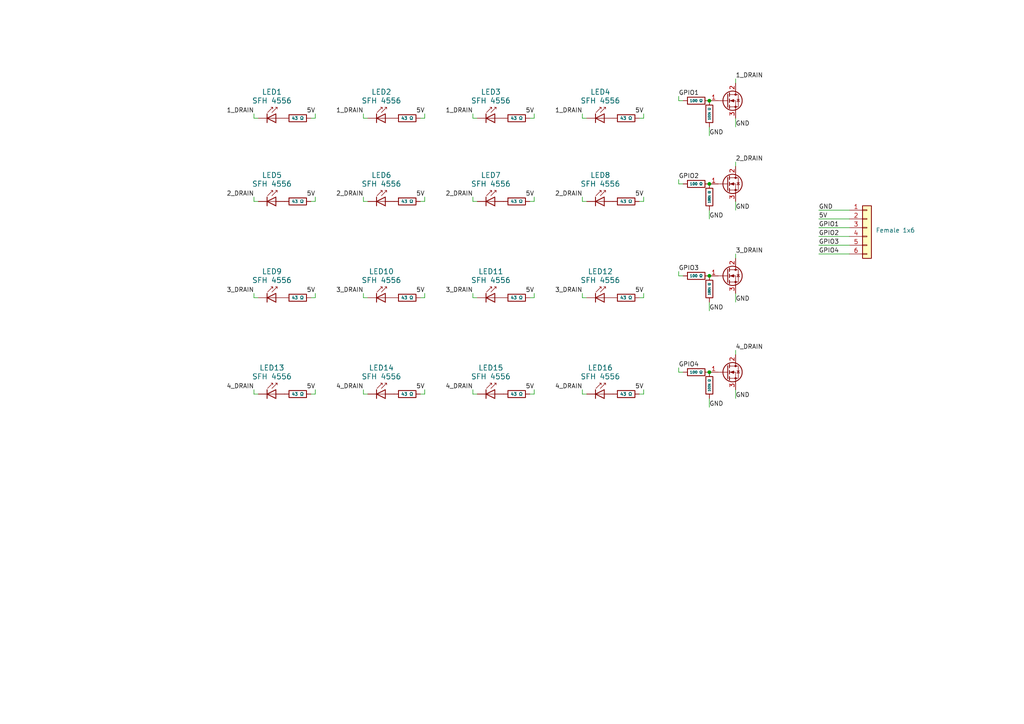
<source format=kicad_sch>
(kicad_sch (version 20250114) (generator "eeschema") (generator_version "9.0")
  (paper "A4")
  (lib_symbols
    (symbol "Connector_Generic:Conn_01x06" (pin_names (offset 1.016) (hide yes))
      (property "Reference" "J" (at 0 7.62 0))
      (property "Value" "Conn_01x06" (at 0 -10.16 0))
      (symbol "Conn_01x06_1_1"
        (rectangle (start -1.27 6.35) (end 1.27 -8.89) (stroke (width 0.254)) (fill (type background)))
        (rectangle (start -1.27 5.207) (end 0 4.953) (stroke (width 0.1524)))
        (rectangle (start -1.27 2.667) (end 0 2.413) (stroke (width 0.1524)))
        (rectangle (start -1.27 0.127) (end 0 -0.127) (stroke (width 0.1524)))
        (rectangle (start -1.27 -2.413) (end 0 -2.667) (stroke (width 0.1524)))
        (rectangle (start -1.27 -4.953) (end 0 -5.207) (stroke (width 0.1524)))
        (rectangle (start -1.27 -7.493) (end 0 -7.747) (stroke (width 0.1524)))
        (pin passive line (at -5.08 5.08 0) (length 3.81) (name "Pin_1") (number "1"))
        (pin passive line (at -5.08 2.54 0) (length 3.81) (name "Pin_2") (number "2"))
        (pin passive line (at -5.08 0 0) (length 3.81) (name "Pin_3") (number "3"))
        (pin passive line (at -5.08 -2.54 0) (length 3.81) (name "Pin_4") (number "4"))
        (pin passive line (at -5.08 -5.08 0) (length 3.81) (name "Pin_5") (number "5"))
        (pin passive line (at -5.08 -7.62 0) (length 3.81) (name "Pin_6") (number "6"))
      )
    )
    (symbol "Device:R" (pin_numbers (hide yes)) (pin_names (offset 0))
      (property "Reference" "R" (at 2.032 0 90))
      (property "Value" "R" (at 0 0 90))
      (symbol "R_0_1"
        (rectangle (start -1.016 -2.54) (end 1.016 2.54) (stroke (width 0.254)))
      )
      (symbol "R_1_1"
        (pin passive line (at 0 3.81 270) (length 1.27) (name "~") (number "1"))
        (pin passive line (at 0 -3.81 90) (length 1.27) (name "~") (number "2"))
      )
    )
    (symbol "LED:IRL81A" (pin_numbers (hide yes)) (pin_names (offset 1.016) (hide yes))
      (property "Reference" "D" (at 0.508 1.778 0))
      (property "Value" "IRL81A" (at -1.016 -2.794 0))
      (symbol "IRL81A_0_1"
        (polyline (pts (xy -2.54 1.27) (xy -2.54 -1.27)) (stroke (width 0.254)))
        (polyline (pts (xy -2.54 0) (xy 0 0)))
        (polyline (pts (xy -2.413 1.651) (xy -0.889 3.175) (xy -0.889 2.667) (xy -0.889 3.175) (xy -1.397 3.175)))
        (polyline (pts (xy -1.143 1.651) (xy 0.381 3.175) (xy 0.381 2.667)))
        (polyline (pts (xy 0 -1.27) (xy 0 1.27) (xy -2.54 0) (xy 0 -1.27)) (stroke (width 0.254)))
        (polyline (pts (xy 0.381 3.175) (xy -0.127 3.175)))
      )
      (symbol "IRL81A_1_1"
        (pin passive line (at -5.08 0 0) (length 2.54) (name "K") (number "1"))
        (pin passive line (at 2.54 0 180) (length 2.54) (name "A") (number "2"))
      )
    )
    (symbol "Transistor_FET:Q_NMOS_GDS" (pin_names (offset 0) (hide yes))
      (property "Reference" "Q" (at 5.08 1.905 0))
      (property "Value" "Q_NMOS_GDS" (at 5.08 0 0))
      (symbol "Q_NMOS_GDS_0_1"
        (polyline (pts (xy 0.254 1.905) (xy 0.254 -1.905)) (stroke (width 0.254)))
        (polyline (pts (xy 0.254 0) (xy -2.54 0)))
        (polyline (pts (xy 0.762 2.286) (xy 0.762 1.27)) (stroke (width 0.254)))
        (polyline (pts (xy 0.762 0.508) (xy 0.762 -0.508)) (stroke (width 0.254)))
        (polyline (pts (xy 0.762 -1.27) (xy 0.762 -2.286)) (stroke (width 0.254)))
        (polyline (pts (xy 0.762 -1.778) (xy 3.302 -1.778) (xy 3.302 1.778) (xy 0.762 1.778)))
        (polyline (pts (xy 1.016 0) (xy 2.032 0.381) (xy 2.032 -0.381) (xy 1.016 0)) (fill (type outline)))
        (circle (center 1.651 0) (radius 2.794) (stroke (width 0.254)))
        (polyline (pts (xy 2.54 2.54) (xy 2.54 1.778)))
        (circle (center 2.54 1.778) (radius 0.254) (fill (type outline)))
        (circle (center 2.54 -1.778) (radius 0.254) (fill (type outline)))
        (polyline (pts (xy 2.54 -2.54) (xy 2.54 0) (xy 0.762 0)))
        (polyline (pts (xy 2.921 0.381) (xy 3.683 0.381)))
        (polyline (pts (xy 3.302 0.381) (xy 2.921 -0.254) (xy 3.683 -0.254) (xy 3.302 0.381)))
      )
      (symbol "Q_NMOS_GDS_1_1"
        (pin input line (at -5.08 0 0) (length 2.54) (name "G") (number "1"))
        (pin passive line (at 2.54 5.08 270) (length 2.54) (name "D") (number "2"))
        (pin passive line (at 2.54 -5.08 90) (length 2.54) (name "S") (number "3"))
      )
    )
  )
  (junction (at 205.74 107.95))
  (junction (at 205.74 53.34))
  (junction (at 205.74 80.01))
  (junction (at 205.74 29.21))
  (wire (pts (xy 105.41 86.36) (xy 106.68 86.36)))
  (wire (pts (xy 73.66 33.02) (xy 73.66 34.29)))
  (wire (pts (xy 137.16 86.36) (xy 138.43 86.36)))
  (wire (pts (xy 73.66 34.29) (xy 74.93 34.29)))
  (wire (pts (xy 205.74 36.83) (xy 205.74 39.37)))
  (wire (pts (xy 90.17 114.3) (xy 91.44 114.3)))
  (wire (pts (xy 153.67 114.3) (xy 154.94 114.3)))
  (wire (pts (xy 154.94 113.03) (xy 154.94 114.3)))
  (wire (pts (xy 237.49 60.96) (xy 246.38 60.96)))
  (wire (pts (xy 237.49 66.04) (xy 246.38 66.04)))
  (wire (pts (xy 186.69 113.03) (xy 186.69 114.3)))
  (wire (pts (xy 73.66 113.03) (xy 73.66 114.3)))
  (wire (pts (xy 137.16 113.03) (xy 137.16 114.3)))
  (wire (pts (xy 196.85 29.21) (xy 198.12 29.21)))
  (wire (pts (xy 137.16 114.3) (xy 138.43 114.3)))
  (wire (pts (xy 168.91 57.15) (xy 168.91 58.42)))
  (wire (pts (xy 73.66 85.09) (xy 73.66 86.36)))
  (wire (pts (xy 105.41 85.09) (xy 105.41 86.36)))
  (wire (pts (xy 123.19 85.09) (xy 123.19 86.36)))
  (wire (pts (xy 91.44 113.03) (xy 91.44 114.3)))
  (wire (pts (xy 196.85 80.01) (xy 198.12 80.01)))
  (wire (pts (xy 168.91 85.09) (xy 168.91 86.36)))
  (wire (pts (xy 185.42 34.29) (xy 186.69 34.29)))
  (wire (pts (xy 153.67 58.42) (xy 154.94 58.42)))
  (wire (pts (xy 237.49 68.58) (xy 246.38 68.58)))
  (wire (pts (xy 196.85 27.94) (xy 196.85 29.21)))
  (wire (pts (xy 153.67 34.29) (xy 154.94 34.29)))
  (wire (pts (xy 213.36 85.09) (xy 213.36 87.63)))
  (wire (pts (xy 168.91 114.3) (xy 170.18 114.3)))
  (wire (pts (xy 168.91 34.29) (xy 170.18 34.29)))
  (wire (pts (xy 213.36 113.03) (xy 213.36 115.57)))
  (wire (pts (xy 213.36 34.29) (xy 213.36 36.83)))
  (wire (pts (xy 123.19 33.02) (xy 123.19 34.29)))
  (wire (pts (xy 105.41 57.15) (xy 105.41 58.42)))
  (wire (pts (xy 73.66 86.36) (xy 74.93 86.36)))
  (wire (pts (xy 91.44 33.02) (xy 91.44 34.29)))
  (wire (pts (xy 123.19 86.36) (xy 121.92 86.36)))
  (wire (pts (xy 105.41 33.02) (xy 105.41 34.29)))
  (wire (pts (xy 137.16 58.42) (xy 138.43 58.42)))
  (wire (pts (xy 196.85 78.74) (xy 196.85 80.01)))
  (wire (pts (xy 213.36 46.99) (xy 213.36 48.26)))
  (wire (pts (xy 213.36 22.86) (xy 213.36 24.13)))
  (wire (pts (xy 73.66 57.15) (xy 73.66 58.42)))
  (wire (pts (xy 185.42 58.42) (xy 186.69 58.42)))
  (wire (pts (xy 154.94 33.02) (xy 154.94 34.29)))
  (wire (pts (xy 213.36 58.42) (xy 213.36 60.96)))
  (wire (pts (xy 90.17 58.42) (xy 91.44 58.42)))
  (wire (pts (xy 154.94 57.15) (xy 154.94 58.42)))
  (wire (pts (xy 205.74 60.96) (xy 205.74 63.5)))
  (wire (pts (xy 137.16 57.15) (xy 137.16 58.42)))
  (wire (pts (xy 237.49 73.66) (xy 246.38 73.66)))
  (wire (pts (xy 196.85 53.34) (xy 198.12 53.34)))
  (wire (pts (xy 213.36 101.6) (xy 213.36 102.87)))
  (wire (pts (xy 168.91 58.42) (xy 170.18 58.42)))
  (wire (pts (xy 137.16 85.09) (xy 137.16 86.36)))
  (wire (pts (xy 137.16 33.02) (xy 137.16 34.29)))
  (wire (pts (xy 185.42 86.36) (xy 186.69 86.36)))
  (wire (pts (xy 168.91 113.03) (xy 168.91 114.3)))
  (wire (pts (xy 123.19 58.42) (xy 121.92 58.42)))
  (wire (pts (xy 185.42 114.3) (xy 186.69 114.3)))
  (wire (pts (xy 105.41 34.29) (xy 106.68 34.29)))
  (wire (pts (xy 105.41 114.3) (xy 106.68 114.3)))
  (wire (pts (xy 196.85 107.95) (xy 198.12 107.95)))
  (wire (pts (xy 237.49 63.5) (xy 246.38 63.5)))
  (wire (pts (xy 213.36 73.66) (xy 213.36 74.93)))
  (wire (pts (xy 73.66 114.3) (xy 74.93 114.3)))
  (wire (pts (xy 105.41 113.03) (xy 105.41 114.3)))
  (wire (pts (xy 196.85 52.07) (xy 196.85 53.34)))
  (wire (pts (xy 205.74 90.17) (xy 205.74 87.63)))
  (wire (pts (xy 205.74 118.11) (xy 205.74 115.57)))
  (wire (pts (xy 90.17 86.36) (xy 91.44 86.36)))
  (wire (pts (xy 168.91 33.02) (xy 168.91 34.29)))
  (wire (pts (xy 153.67 86.36) (xy 154.94 86.36)))
  (wire (pts (xy 123.19 34.29) (xy 121.92 34.29)))
  (wire (pts (xy 186.69 85.09) (xy 186.69 86.36)))
  (wire (pts (xy 123.19 57.15) (xy 123.19 58.42)))
  (wire (pts (xy 237.49 71.12) (xy 246.38 71.12)))
  (wire (pts (xy 186.69 57.15) (xy 186.69 58.42)))
  (wire (pts (xy 91.44 85.09) (xy 91.44 86.36)))
  (wire (pts (xy 105.41 58.42) (xy 106.68 58.42)))
  (wire (pts (xy 154.94 85.09) (xy 154.94 86.36)))
  (wire (pts (xy 186.69 33.02) (xy 186.69 34.29)))
  (wire (pts (xy 168.91 86.36) (xy 170.18 86.36)))
  (wire (pts (xy 91.44 57.15) (xy 91.44 58.42)))
  (wire (pts (xy 123.19 114.3) (xy 121.92 114.3)))
  (wire (pts (xy 73.66 58.42) (xy 74.93 58.42)))
  (wire (pts (xy 196.85 106.68) (xy 196.85 107.95)))
  (wire (pts (xy 123.19 113.03) (xy 123.19 114.3)))
  (wire (pts (xy 90.17 34.29) (xy 91.44 34.29)))
  (wire (pts (xy 137.16 34.29) (xy 138.43 34.29)))
  (label "GND" (at 205.74 90.17 0))
  (label "GND" (at 205.74 63.5 0))
  (label "3_DRAIN" (at 168.91 85.09 180))
  (label "1_DRAIN" (at 213.36 22.86 0))
  (label "GND" (at 213.36 87.63 0))
  (label "GND" (at 237.49 60.96 0))
  (label "2_DRAIN" (at 213.36 46.99 0))
  (label "5V" (at 186.69 113.03 180))
  (label "GPIO1" (at 196.85 27.94 0))
  (label "5V" (at 123.19 113.03 180))
  (label "5V" (at 91.44 113.03 180))
  (label "GPIO2" (at 196.85 52.07 0))
  (label "GND" (at 205.74 39.37 0))
  (label "5V" (at 186.69 85.09 180))
  (label "GPIO4" (at 196.85 106.68 0))
  (label "GND" (at 213.36 60.96 0))
  (label "GND" (at 213.36 115.57 0))
  (label "3_DRAIN" (at 137.16 85.09 180))
  (label "3_DRAIN" (at 105.41 85.09 180))
  (label "1_DRAIN" (at 105.41 33.02 180))
  (label "1_DRAIN" (at 168.91 33.02 180))
  (label "5V" (at 186.69 33.02 180))
  (label "5V" (at 154.94 57.15 180))
  (label "3_DRAIN" (at 213.36 73.66 0))
  (label "2_DRAIN" (at 137.16 57.15 180))
  (label "GPIO4" (at 237.49 73.66 0))
  (label "5V" (at 123.19 85.09 180))
  (label "GND" (at 213.36 36.83 0))
  (label "2_DRAIN" (at 73.66 57.15 180))
  (label "5V" (at 186.69 57.15 180))
  (label "5V" (at 91.44 85.09 180))
  (label "5V" (at 154.94 113.03 180))
  (label "5V" (at 237.49 63.5 0))
  (label "5V" (at 91.44 33.02 180))
  (label "5V" (at 91.44 57.15 180))
  (label "4_DRAIN" (at 168.91 113.03 180))
  (label "5V" (at 154.94 33.02 180))
  (label "4_DRAIN" (at 105.41 113.03 180))
  (label "5V" (at 123.19 33.02 180))
  (label "GPIO2" (at 237.49 68.58 0))
  (label "4_DRAIN" (at 73.66 113.03 180))
  (label "1_DRAIN" (at 137.16 33.02 180))
  (label "4_DRAIN" (at 213.36 101.6 0))
  (label "3_DRAIN" (at 73.66 85.09 180))
  (label "GPIO3" (at 196.85 78.74 0))
  (label "GND" (at 205.74 118.11 0))
  (label "GPIO3" (at 237.49 71.12 0))
  (label "5V" (at 154.94 85.09 180))
  (label "2_DRAIN" (at 105.41 57.15 180))
  (label "5V" (at 123.19 57.15 180))
  (label "2_DRAIN" (at 168.91 57.15 180))
  (label "1_DRAIN" (at 73.66 33.02 180))
  (label "4_DRAIN" (at 137.16 113.03 180))
  (label "GPIO1" (at 237.49 66.04 0))
  (symbol (lib_id "LED:IRL81A") (at 143.51 114.3 0) (unit 1)
    (property "Reference" "LED15" (at 142.367 106.68 0) (effects (font (size 1.524 1.524))))
    (property "Value" "SFH 4556" (at 142.367 109.22 0) (effects (font (size 1.524 1.524))))
    (property "Footprint" "ir-led-board:SFH_4556" (effects (hide yes)))
  )
  (symbol (lib_id "Device:R") (at 201.93 29.21 90) (unit 1)
    (property "Reference" "R_100_1" (effects (hide yes)))
    (property "Value" "100 Ω" (at 201.93 29.21 90) (effects (font (size 0.762 0.762))))
    (property "Footprint" "Resistor_THT:CF14JT100R" (effects (hide yes)))
    (property "Description" "Resistor" (effects (hide yes)))
  )
  (symbol (lib_id "Device:R") (at 86.36 34.29 270) (mirror x) (unit 1)
    (property "Reference" "R1" (effects (hide yes)))
    (property "Value" "43 Ω" (at 86.36 34.29 90) (effects (font (size 0.889 0.889))))
    (property "Footprint" "Resistor_THT:CFM12JT43R0" (effects (hide yes)))
    (property "Description" "Resistor" (effects (hide yes)))
  )
  (symbol (lib_id "Device:R") (at 205.74 57.15 180) (unit 1)
    (property "Reference" "R_100K_2" (effects (hide yes)))
    (property "Value" "100k Ω" (at 205.74 57.15 90) (effects (font (size 0.635 0.635))))
    (property "Footprint" "Resistor_THT:CF14JT100K" (effects (hide yes)))
    (property "Description" "Resistor" (effects (hide yes)))
  )
  (symbol (lib_id "Device:R") (at 201.93 53.34 90) (unit 1)
    (property "Reference" "R_100_2" (effects (hide yes)))
    (property "Value" "100 Ω" (at 201.93 53.34 90) (effects (font (size 0.762 0.762))))
    (property "Footprint" "Resistor_THT:CF14JT100R" (effects (hide yes)))
    (property "Description" "Resistor" (effects (hide yes)))
  )
  (symbol (lib_id "LED:IRL81A") (at 175.26 86.36 0) (unit 1)
    (property "Reference" "LED12" (at 174.117 78.74 0) (effects (font (size 1.524 1.524))))
    (property "Value" "SFH 4556" (at 174.117 81.28 0) (effects (font (size 1.524 1.524))))
    (property "Footprint" "ir-led-board:SFH_4556" (effects (hide yes)))
  )
  (symbol (lib_id "Device:R") (at 181.61 86.36 270) (mirror x) (unit 1)
    (property "Reference" "R12" (effects (hide yes)))
    (property "Value" "43 Ω" (at 181.61 86.36 90) (effects (font (size 0.889 0.889))))
    (property "Footprint" "Resistor_THT:CFM12JT43R0" (effects (hide yes)))
    (property "Description" "Resistor" (effects (hide yes)))
  )
  (symbol (lib_id "LED:IRL81A") (at 111.76 34.29 0) (unit 1)
    (property "Reference" "LED2" (at 110.617 26.67 0) (effects (font (size 1.524 1.524))))
    (property "Value" "SFH 4556" (at 110.617 29.21 0) (effects (font (size 1.524 1.524))))
    (property "Footprint" "ir-led-board:SFH_4556" (effects (hide yes)))
  )
  (symbol (lib_id "Device:R") (at 201.93 80.01 90) (unit 1)
    (property "Reference" "R_100_3" (effects (hide yes)))
    (property "Value" "100 Ω" (at 201.93 80.01 90) (effects (font (size 0.762 0.762))))
    (property "Footprint" "Resistor_THT:CF14JT100R" (effects (hide yes)))
    (property "Description" "Resistor" (effects (hide yes)))
  )
  (symbol (lib_id "Device:R") (at 86.36 58.42 270) (mirror x) (unit 1)
    (property "Reference" "R5" (effects (hide yes)))
    (property "Value" "43 Ω" (at 86.36 58.42 90) (effects (font (size 0.889 0.889))))
    (property "Footprint" "Resistor_THT:CFM12JT43R0" (effects (hide yes)))
    (property "Description" "Resistor" (effects (hide yes)))
  )
  (symbol (lib_id "LED:IRL81A") (at 175.26 34.29 0) (unit 1)
    (property "Reference" "LED4" (at 174.117 26.67 0) (effects (font (size 1.524 1.524))))
    (property "Value" "SFH 4556" (at 174.117 29.21 0) (effects (font (size 1.524 1.524))))
    (property "Footprint" "ir-led-board:SFH_4556" (effects (hide yes)))
  )
  (symbol (lib_id "LED:IRL81A") (at 111.76 58.42 0) (unit 1)
    (property "Reference" "LED6" (at 110.617 50.8 0) (effects (font (size 1.524 1.524))))
    (property "Value" "SFH 4556" (at 110.617 53.34 0) (effects (font (size 1.524 1.524))))
    (property "Footprint" "ir-led-board:SFH_4556" (effects (hide yes)))
  )
  (symbol (lib_id "Device:R") (at 181.61 58.42 270) (mirror x) (unit 1)
    (property "Reference" "R8" (effects (hide yes)))
    (property "Value" "43 Ω" (at 181.61 58.42 90) (effects (font (size 0.889 0.889))))
    (property "Footprint" "Resistor_THT:CFM12JT43R0" (effects (hide yes)))
    (property "Description" "Resistor" (effects (hide yes)))
  )
  (symbol (lib_id "Transistor_FET:Q_NMOS_GDS") (at 210.82 80.01 0) (unit 1)
    (property "Reference" "Group_3" (effects (hide yes)))
    (property "Value" "Q_NMOS_GDS" (effects (hide yes)))
    (property "Footprint" "ir-led-board:IRLB8743PBF" (effects (hide yes)))
    (property "Description" "N-MOSFET transistor, gate/drain/source" (effects (hide yes)))
  )
  (symbol (lib_id "LED:IRL81A") (at 80.01 86.36 0) (unit 1)
    (property "Reference" "LED9" (at 78.867 78.74 0) (effects (font (size 1.524 1.524))))
    (property "Value" "SFH 4556" (at 78.867 81.28 0) (effects (font (size 1.524 1.524))))
    (property "Footprint" "ir-led-board:SFH_4556" (effects (hide yes)))
  )
  (symbol (lib_id "Transistor_FET:Q_NMOS_GDS") (at 210.82 53.34 0) (unit 1)
    (property "Reference" "Group_2" (effects (hide yes)))
    (property "Value" "Q_NMOS_GDS" (effects (hide yes)))
    (property "Footprint" "ir-led-board:IRLB8743PBF" (effects (hide yes)))
    (property "Description" "N-MOSFET transistor, gate/drain/source" (effects (hide yes)))
  )
  (symbol (lib_id "Device:R") (at 149.86 34.29 270) (mirror x) (unit 1)
    (property "Reference" "R3" (effects (hide yes)))
    (property "Value" "43 Ω" (at 149.86 34.29 90) (effects (font (size 0.889 0.889))))
    (property "Footprint" "Resistor_THT:CFM12JT43R0" (effects (hide yes)))
    (property "Description" "Resistor" (effects (hide yes)))
  )
  (symbol (lib_id "Device:R") (at 149.86 114.3 270) (mirror x) (unit 1)
    (property "Reference" "R15" (effects (hide yes)))
    (property "Value" "43 Ω" (at 149.86 114.3 90) (effects (font (size 0.889 0.889))))
    (property "Footprint" "Resistor_THT:CFM12JT43R0" (effects (hide yes)))
    (property "Description" "Resistor" (effects (hide yes)))
  )
  (symbol (lib_id "LED:IRL81A") (at 143.51 58.42 0) (unit 1)
    (property "Reference" "LED7" (at 142.367 50.8 0) (effects (font (size 1.524 1.524))))
    (property "Value" "SFH 4556" (at 142.367 53.34 0) (effects (font (size 1.524 1.524))))
    (property "Footprint" "ir-led-board:SFH_4556" (effects (hide yes)))
  )
  (symbol (lib_id "Device:R") (at 205.74 33.02 180) (unit 1)
    (property "Reference" "R_100K_1" (effects (hide yes)))
    (property "Value" "100k Ω" (at 205.74 33.02 90) (effects (font (size 0.635 0.635))))
    (property "Footprint" "Resistor_THT:CF14JT100K" (effects (hide yes)))
    (property "Description" "Resistor" (effects (hide yes)))
  )
  (symbol (lib_id "LED:IRL81A") (at 111.76 114.3 0) (unit 1)
    (property "Reference" "LED14" (at 110.617 106.68 0) (effects (font (size 1.524 1.524))))
    (property "Value" "SFH 4556" (at 110.617 109.22 0) (effects (font (size 1.524 1.524))))
    (property "Footprint" "ir-led-board:SFH_4556" (effects (hide yes)))
  )
  (symbol (lib_id "LED:IRL81A") (at 80.01 34.29 0) (unit 1)
    (property "Reference" "LED1" (at 78.867 26.67 0) (effects (font (size 1.524 1.524))))
    (property "Value" "SFH 4556" (at 78.867 29.21 0) (effects (font (size 1.524 1.524))))
    (property "Footprint" "ir-led-board:SFH_4556" (effects (hide yes)))
  )
  (symbol (lib_id "Transistor_FET:Q_NMOS_GDS") (at 210.82 29.21 0) (unit 1)
    (property "Reference" "Group_1" (effects (hide yes)))
    (property "Value" "Q_NMOS_GDS" (effects (hide yes)))
    (property "Footprint" "ir-led-board:IRLB8743PBF" (effects (hide yes)))
    (property "Description" "N-MOSFET transistor, gate/drain/source" (effects (hide yes)))
  )
  (symbol (lib_id "Device:R") (at 86.36 86.36 270) (mirror x) (unit 1)
    (property "Reference" "R9" (effects (hide yes)))
    (property "Value" "43 Ω" (at 86.36 86.36 90) (effects (font (size 0.889 0.889))))
    (property "Footprint" "Resistor_THT:CFM12JT43R0" (effects (hide yes)))
    (property "Description" "Resistor" (effects (hide yes)))
  )
  (symbol (lib_id "Device:R") (at 118.11 114.3 270) (mirror x) (unit 1)
    (property "Reference" "R14" (effects (hide yes)))
    (property "Value" "43 Ω" (at 118.11 114.3 90) (effects (font (size 0.889 0.889))))
    (property "Footprint" "Resistor_THT:CFM12JT43R0" (effects (hide yes)))
    (property "Description" "Resistor" (effects (hide yes)))
  )
  (symbol (lib_id "Device:R") (at 86.36 114.3 270) (mirror x) (unit 1)
    (property "Reference" "R13" (effects (hide yes)))
    (property "Value" "43 Ω" (at 86.36 114.3 90) (effects (font (size 0.889 0.889))))
    (property "Footprint" "Resistor_THT:CFM12JT43R0" (effects (hide yes)))
    (property "Description" "Resistor" (effects (hide yes)))
  )
  (symbol (lib_id "Device:R") (at 201.93 107.95 90) (unit 1)
    (property "Reference" "R_100_4" (effects (hide yes)))
    (property "Value" "100 Ω" (at 201.93 107.95 90) (effects (font (size 0.762 0.762))))
    (property "Footprint" "Resistor_THT:CF14JT100R" (effects (hide yes)))
    (property "Description" "Resistor" (effects (hide yes)))
  )
  (symbol (lib_id "Device:R") (at 149.86 86.36 270) (mirror x) (unit 1)
    (property "Reference" "R11" (effects (hide yes)))
    (property "Value" "43 Ω" (at 149.86 86.36 90) (effects (font (size 0.889 0.889))))
    (property "Footprint" "Resistor_THT:CFM12JT43R0" (effects (hide yes)))
    (property "Description" "Resistor" (effects (hide yes)))
  )
  (symbol (lib_id "LED:IRL81A") (at 80.01 58.42 0) (unit 1)
    (property "Reference" "LED5" (at 78.867 50.8 0) (effects (font (size 1.524 1.524))))
    (property "Value" "SFH 4556" (at 78.867 53.34 0) (effects (font (size 1.524 1.524))))
    (property "Footprint" "ir-led-board:SFH_4556" (effects (hide yes)))
  )
  (symbol (lib_id "LED:IRL81A") (at 80.01 114.3 0) (unit 1)
    (property "Reference" "LED13" (at 78.867 106.68 0) (effects (font (size 1.524 1.524))))
    (property "Value" "SFH 4556" (at 78.867 109.22 0) (effects (font (size 1.524 1.524))))
    (property "Footprint" "ir-led-board:SFH_4556" (effects (hide yes)))
  )
  (symbol (lib_id "Device:R") (at 181.61 34.29 270) (mirror x) (unit 1)
    (property "Reference" "R4" (effects (hide yes)))
    (property "Value" "43 Ω" (at 181.61 34.29 90) (effects (font (size 0.889 0.889))))
    (property "Footprint" "Resistor_THT:CFM12JT43R0" (effects (hide yes)))
    (property "Description" "Resistor" (effects (hide yes)))
  )
  (symbol (lib_id "LED:IRL81A") (at 175.26 114.3 0) (unit 1)
    (property "Reference" "LED16" (at 174.117 106.68 0) (effects (font (size 1.524 1.524))))
    (property "Value" "SFH 4556" (at 174.117 109.22 0) (effects (font (size 1.524 1.524))))
    (property "Footprint" "ir-led-board:SFH_4556" (effects (hide yes)))
  )
  (symbol (lib_id "LED:IRL81A") (at 175.26 58.42 0) (unit 1)
    (property "Reference" "LED8" (at 174.117 50.8 0) (effects (font (size 1.524 1.524))))
    (property "Value" "SFH 4556" (at 174.117 53.34 0) (effects (font (size 1.524 1.524))))
    (property "Footprint" "ir-led-board:SFH_4556" (effects (hide yes)))
  )
  (symbol (lib_id "Device:R") (at 118.11 58.42 270) (mirror x) (unit 1)
    (property "Reference" "R6" (effects (hide yes)))
    (property "Value" "43 Ω" (at 118.11 58.42 90) (effects (font (size 0.889 0.889))))
    (property "Footprint" "Resistor_THT:CFM12JT43R0" (effects (hide yes)))
    (property "Description" "Resistor" (effects (hide yes)))
  )
  (symbol (lib_id "LED:IRL81A") (at 143.51 86.36 0) (unit 1)
    (property "Reference" "LED11" (at 142.367 78.74 0) (effects (font (size 1.524 1.524))))
    (property "Value" "SFH 4556" (at 142.367 81.28 0) (effects (font (size 1.524 1.524))))
    (property "Footprint" "ir-led-board:SFH_4556" (effects (hide yes)))
  )
  (symbol (lib_id "Transistor_FET:Q_NMOS_GDS") (at 210.82 107.95 0) (unit 1)
    (property "Reference" "Group_4" (effects (hide yes)))
    (property "Value" "Q_NMOS_GDS" (effects (hide yes)))
    (property "Footprint" "ir-led-board:IRLB8743PBF" (effects (hide yes)))
    (property "Description" "N-MOSFET transistor, gate/drain/source" (effects (hide yes)))
  )
  (symbol (lib_id "Device:R") (at 181.61 114.3 270) (mirror x) (unit 1)
    (property "Reference" "R16" (effects (hide yes)))
    (property "Value" "43 Ω" (at 181.61 114.3 90) (effects (font (size 0.889 0.889))))
    (property "Footprint" "Resistor_THT:CFM12JT43R0" (effects (hide yes)))
    (property "Description" "Resistor" (effects (hide yes)))
  )
  (symbol (lib_id "Device:R") (at 205.74 83.82 180) (unit 1)
    (property "Reference" "R_100K_3" (effects (hide yes)))
    (property "Value" "100k Ω" (at 205.74 83.82 90) (effects (font (size 0.635 0.635))))
    (property "Footprint" "Resistor_THT:CF14JT100K" (effects (hide yes)))
    (property "Description" "Resistor" (effects (hide yes)))
  )
  (symbol (lib_id "LED:IRL81A") (at 143.51 34.29 0) (unit 1)
    (property "Reference" "LED3" (at 142.367 26.67 0) (effects (font (size 1.524 1.524))))
    (property "Value" "SFH 4556" (at 142.367 29.21 0) (effects (font (size 1.524 1.524))))
    (property "Footprint" "ir-led-board:SFH_4556" (effects (hide yes)))
  )
  (symbol (lib_id "Device:R") (at 149.86 58.42 270) (mirror x) (unit 1)
    (property "Reference" "R7" (effects (hide yes)))
    (property "Value" "43 Ω" (at 149.86 58.42 90) (effects (font (size 0.889 0.889))))
    (property "Footprint" "Resistor_THT:CFM12JT43R0" (effects (hide yes)))
    (property "Description" "Resistor" (effects (hide yes)))
  )
  (symbol (lib_id "Device:R") (at 118.11 34.29 270) (mirror x) (unit 1)
    (property "Reference" "R2" (effects (hide yes)))
    (property "Value" "43 Ω" (at 118.11 34.29 90) (effects (font (size 0.889 0.889))))
    (property "Footprint" "Resistor_THT:CFM12JT43R0" (effects (hide yes)))
    (property "Description" "Resistor" (effects (hide yes)))
  )
  (symbol (lib_id "Connector_Generic:Conn_01x06") (at 251.46 66.04 0) (unit 1)
    (property "Reference" "F1" (effects (hide yes)))
    (property "Value" "Female 1x6" (at 254 66.802 0) (effects (justify left)))
    (property "Footprint" "Connector_PinHeader_2.54mm:PinHeader_1x06_P2.54mm_Horizontal" (effects (hide yes)))
    (property "Description" "Generic connector, single row, 01x06, script generated (kicad-library-utils/schlib/autogen/connector/)" (effects (hide yes)))
  )
  (symbol (lib_id "Device:R") (at 205.74 111.76 180) (unit 1)
    (property "Reference" "R_100K_4" (effects (hide yes)))
    (property "Value" "100k Ω" (at 205.74 111.76 90) (effects (font (size 0.635 0.635))))
    (property "Footprint" "Resistor_THT:CF14JT100K" (effects (hide yes)))
    (property "Description" "Resistor" (effects (hide yes)))
  )
  (symbol (lib_id "Device:R") (at 118.11 86.36 270) (mirror x) (unit 1)
    (property "Reference" "R10" (effects (hide yes)))
    (property "Value" "43 Ω" (at 118.11 86.36 90) (effects (font (size 0.889 0.889))))
    (property "Footprint" "Resistor_THT:CFM12JT43R0" (effects (hide yes)))
    (property "Description" "Resistor" (effects (hide yes)))
  )
  (symbol (lib_id "LED:IRL81A") (at 111.76 86.36 0) (unit 1)
    (property "Reference" "LED10" (at 110.617 78.74 0) (effects (font (size 1.524 1.524))))
    (property "Value" "SFH 4556" (at 110.617 81.28 0) (effects (font (size 1.524 1.524))))
    (property "Footprint" "ir-led-board:SFH_4556" (effects (hide yes)))
  )
)
</source>
